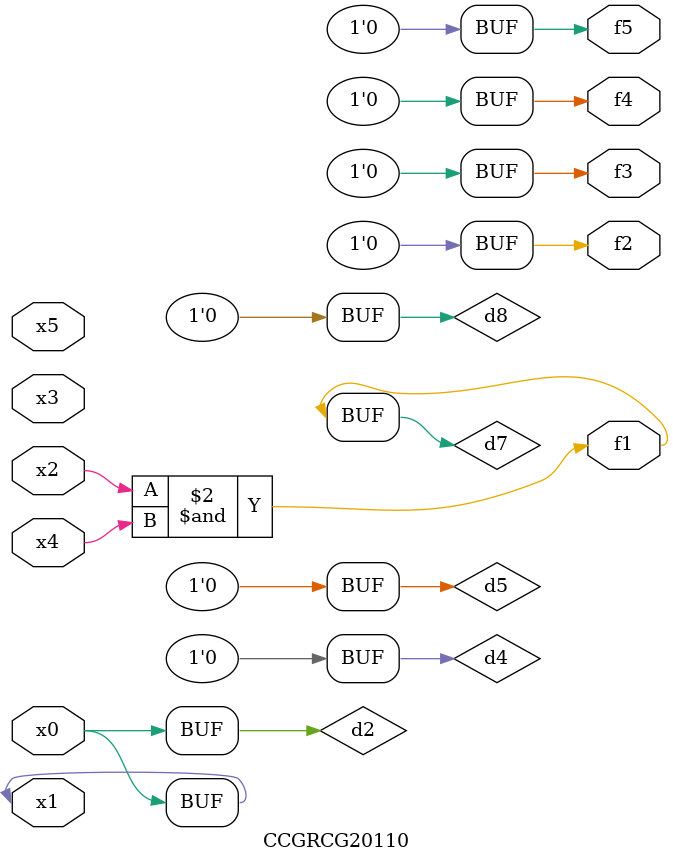
<source format=v>
module CCGRCG20110(
	input x0, x1, x2, x3, x4, x5,
	output f1, f2, f3, f4, f5
);

	wire d1, d2, d3, d4, d5, d6, d7, d8, d9;

	nand (d1, x1);
	buf (d2, x0, x1);
	nand (d3, x2, x4);
	and (d4, d1, d2);
	and (d5, d1, d2);
	nand (d6, d1, d3);
	not (d7, d3);
	xor (d8, d5);
	nor (d9, d5, d6);
	assign f1 = d7;
	assign f2 = d8;
	assign f3 = d8;
	assign f4 = d8;
	assign f5 = d8;
endmodule

</source>
